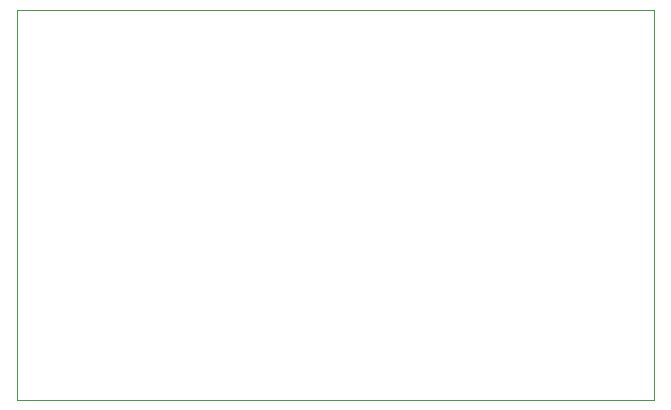
<source format=gbr>
%TF.GenerationSoftware,KiCad,Pcbnew,7.0.7*%
%TF.CreationDate,2024-02-20T00:19:48+01:00*%
%TF.ProjectId,turningLoopMosfet,7475726e-696e-4674-9c6f-6f704d6f7366,rev?*%
%TF.SameCoordinates,Original*%
%TF.FileFunction,Profile,NP*%
%FSLAX46Y46*%
G04 Gerber Fmt 4.6, Leading zero omitted, Abs format (unit mm)*
G04 Created by KiCad (PCBNEW 7.0.7) date 2024-02-20 00:19:48*
%MOMM*%
%LPD*%
G01*
G04 APERTURE LIST*
%TA.AperFunction,Profile*%
%ADD10C,0.100000*%
%TD*%
G04 APERTURE END LIST*
D10*
X72500000Y-83000000D02*
X126500000Y-83000000D01*
X126500000Y-116000000D01*
X72500000Y-116000000D01*
X72500000Y-83000000D01*
M02*

</source>
